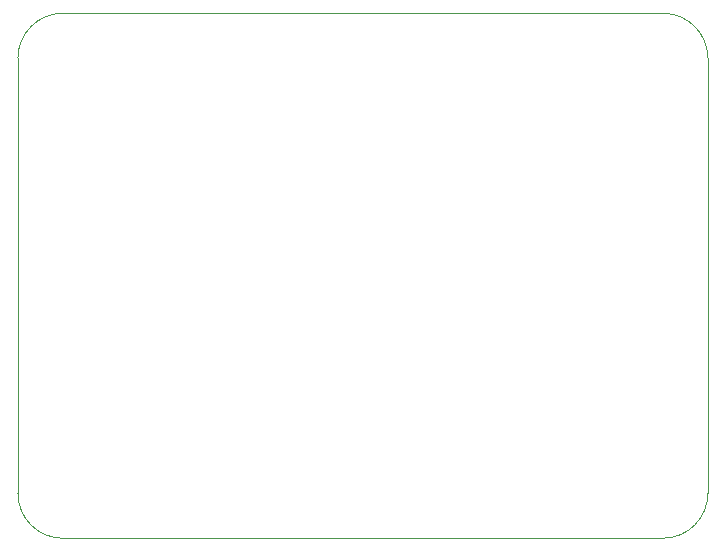
<source format=gm1>
%TF.GenerationSoftware,KiCad,Pcbnew,(6.0.1)*%
%TF.CreationDate,2022-02-11T20:29:30+00:00*%
%TF.ProjectId,pcb,7063622e-6b69-4636-9164-5f7063625858,rev?*%
%TF.SameCoordinates,Original*%
%TF.FileFunction,Profile,NP*%
%FSLAX46Y46*%
G04 Gerber Fmt 4.6, Leading zero omitted, Abs format (unit mm)*
G04 Created by KiCad (PCBNEW (6.0.1)) date 2022-02-11 20:29:30*
%MOMM*%
%LPD*%
G01*
G04 APERTURE LIST*
%TA.AperFunction,Profile*%
%ADD10C,0.100000*%
%TD*%
G04 APERTURE END LIST*
D10*
X130810001Y-50155000D02*
G75*
G03*
X130810001Y-50155000I-1J0D01*
G01*
X77470000Y-84445000D02*
G75*
G03*
X81280000Y-88255000I3809999J-1D01*
G01*
X135890000Y-47615000D02*
G75*
G03*
X132080000Y-43805000I-3809999J1D01*
G01*
X81280000Y-43805000D02*
G75*
G03*
X77470000Y-47615000I-1J-3809999D01*
G01*
X77470000Y-47615000D02*
X77470000Y-84445000D01*
X135890000Y-84445000D02*
X135890000Y-47615000D01*
X81280000Y-88255000D02*
X132080000Y-88255000D01*
X132080000Y-43805000D02*
X81280000Y-43805000D01*
X132080000Y-88255000D02*
G75*
G03*
X135890000Y-84445000I1J3809999D01*
G01*
M02*

</source>
